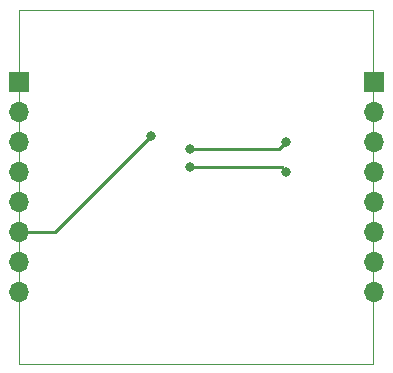
<source format=gbr>
G04 #@! TF.GenerationSoftware,KiCad,Pcbnew,(5.99.0-11522-g728b160719)*
G04 #@! TF.CreationDate,2021-07-25T14:13:55+10:00*
G04 #@! TF.ProjectId,USB-TTL,5553422d-5454-44c2-9e6b-696361645f70,rev?*
G04 #@! TF.SameCoordinates,Original*
G04 #@! TF.FileFunction,Copper,L2,Bot*
G04 #@! TF.FilePolarity,Positive*
%FSLAX46Y46*%
G04 Gerber Fmt 4.6, Leading zero omitted, Abs format (unit mm)*
G04 Created by KiCad (PCBNEW (5.99.0-11522-g728b160719)) date 2021-07-25 14:13:55*
%MOMM*%
%LPD*%
G01*
G04 APERTURE LIST*
G04 #@! TA.AperFunction,Profile*
%ADD10C,0.100000*%
G04 #@! TD*
G04 #@! TA.AperFunction,ComponentPad*
%ADD11R,1.700000X1.700000*%
G04 #@! TD*
G04 #@! TA.AperFunction,ComponentPad*
%ADD12O,1.700000X1.700000*%
G04 #@! TD*
G04 #@! TA.AperFunction,ViaPad*
%ADD13C,0.800000*%
G04 #@! TD*
G04 #@! TA.AperFunction,Conductor*
%ADD14C,0.250000*%
G04 #@! TD*
G04 APERTURE END LIST*
D10*
X129540000Y-78740000D02*
X159512000Y-78740000D01*
X159512000Y-78740000D02*
X159512000Y-108712000D01*
X159512000Y-108712000D02*
X129540000Y-108712000D01*
X129540000Y-108712000D02*
X129540000Y-78740000D01*
D11*
G04 #@! TO.P,J1,1,Pin_1*
G04 #@! TO.N,N/C*
X129540000Y-84836000D03*
D12*
G04 #@! TO.P,J1,2,Pin_2*
X129540000Y-87376000D03*
G04 #@! TO.P,J1,3,Pin_3*
G04 #@! TO.N,+3V3*
X129540000Y-89916000D03*
G04 #@! TO.P,J1,4,Pin_4*
G04 #@! TO.N,USB D+*
X129540000Y-92456000D03*
G04 #@! TO.P,J1,5,Pin_5*
G04 #@! TO.N,USB D-*
X129540000Y-94996000D03*
G04 #@! TO.P,J1,6,Pin_6*
G04 #@! TO.N,GND*
X129540000Y-97536000D03*
G04 #@! TO.P,J1,7,Pin_7*
G04 #@! TO.N,N/C*
X129540000Y-100076000D03*
G04 #@! TO.P,J1,8,Pin_8*
X129540000Y-102616000D03*
G04 #@! TD*
D11*
G04 #@! TO.P,J2,1,Pin_1*
G04 #@! TO.N,N/C*
X159537000Y-84836000D03*
D12*
G04 #@! TO.P,J2,2,Pin_2*
X159537000Y-87376000D03*
G04 #@! TO.P,J2,3,Pin_3*
G04 #@! TO.N,TTL TX*
X159537000Y-89916000D03*
G04 #@! TO.P,J2,4,Pin_4*
G04 #@! TO.N,TTL RX*
X159537000Y-92456000D03*
G04 #@! TO.P,J2,5,Pin_5*
G04 #@! TO.N,IO0*
X159537000Y-94996000D03*
G04 #@! TO.P,J2,6,Pin_6*
G04 #@! TO.N,EN*
X159537000Y-97536000D03*
G04 #@! TO.P,J2,7,Pin_7*
G04 #@! TO.N,N/C*
X159537000Y-100076000D03*
G04 #@! TO.P,J2,8,Pin_8*
X159537000Y-102616000D03*
G04 #@! TD*
D13*
G04 #@! TO.N,GND*
X140716000Y-89408000D03*
G04 #@! TO.N,Net-(R1-Pad1)*
X143953000Y-90551000D03*
X152146000Y-89916000D03*
G04 #@! TO.N,Net-(R2-Pad1)*
X152146000Y-92456000D03*
X143953000Y-92075000D03*
G04 #@! TD*
D14*
G04 #@! TO.N,GND*
X132588000Y-97536000D02*
X129665020Y-97536000D01*
X140716000Y-89408000D02*
X132588000Y-97536000D01*
G04 #@! TO.N,Net-(R1-Pad1)*
X151511000Y-90551000D02*
X152146000Y-89916000D01*
X143953000Y-90551000D02*
X151511000Y-90551000D01*
G04 #@! TO.N,Net-(R2-Pad1)*
X151765000Y-92075000D02*
X152146000Y-92456000D01*
X143953000Y-92075000D02*
X151765000Y-92075000D01*
G04 #@! TD*
M02*

</source>
